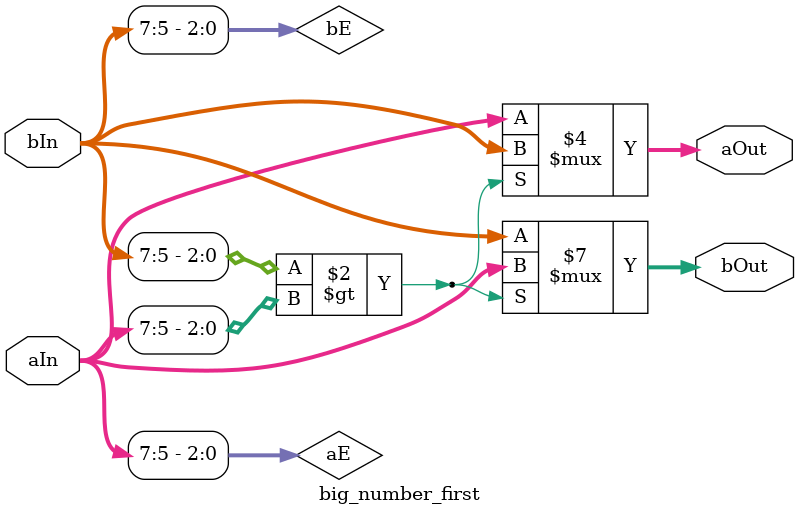
<source format=v>
module big_number_first (input wire[7:0] aIn,
                            input wire[7:0] bIn,
                            output reg[7:0] aOut,
                            output reg[7:0] bOut
);

wire[2:0] aE;
wire[2:0] bE;

assign aE = aIn[7:5];
assign bE = bIn[7:5];

always @(*) begin
    if (bE > aE) begin
        bOut = aIn;
        aOut = bIn;
    end else begin
        bOut = bIn;
        aOut = aIn;
    end
end

endmodule
</source>
